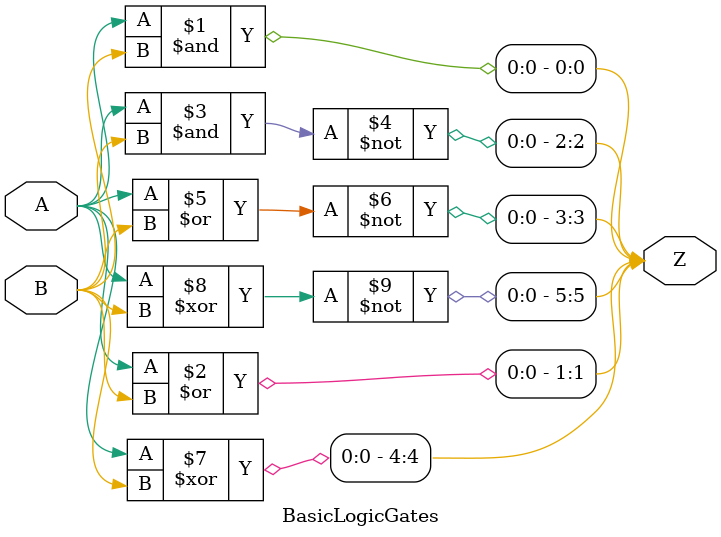
<source format=v>

`timescale 1ns / 1ps

module BasicLogicGates (

   input  wire A,
   input  wire B,
   output wire [5:0] Z

   ) ;

   // 2-inputs AND gate
   assign Z[0] = A & B ;

   // 2-inputs OR gate
   assign Z[1] = A | B ;

   // 2-inputs NAND gate
   assign Z[2] = ~(A & B) ;

   // 2-inputs NOR gate
   assign Z[3] = ~(A | B) ;

   // 2-inputs XOR gate
   assign Z[4] = A ^ B ;

   // 2-inputs XNOR gate
   assign Z[5] = ~(A ^ B) ;

endmodule


</source>
